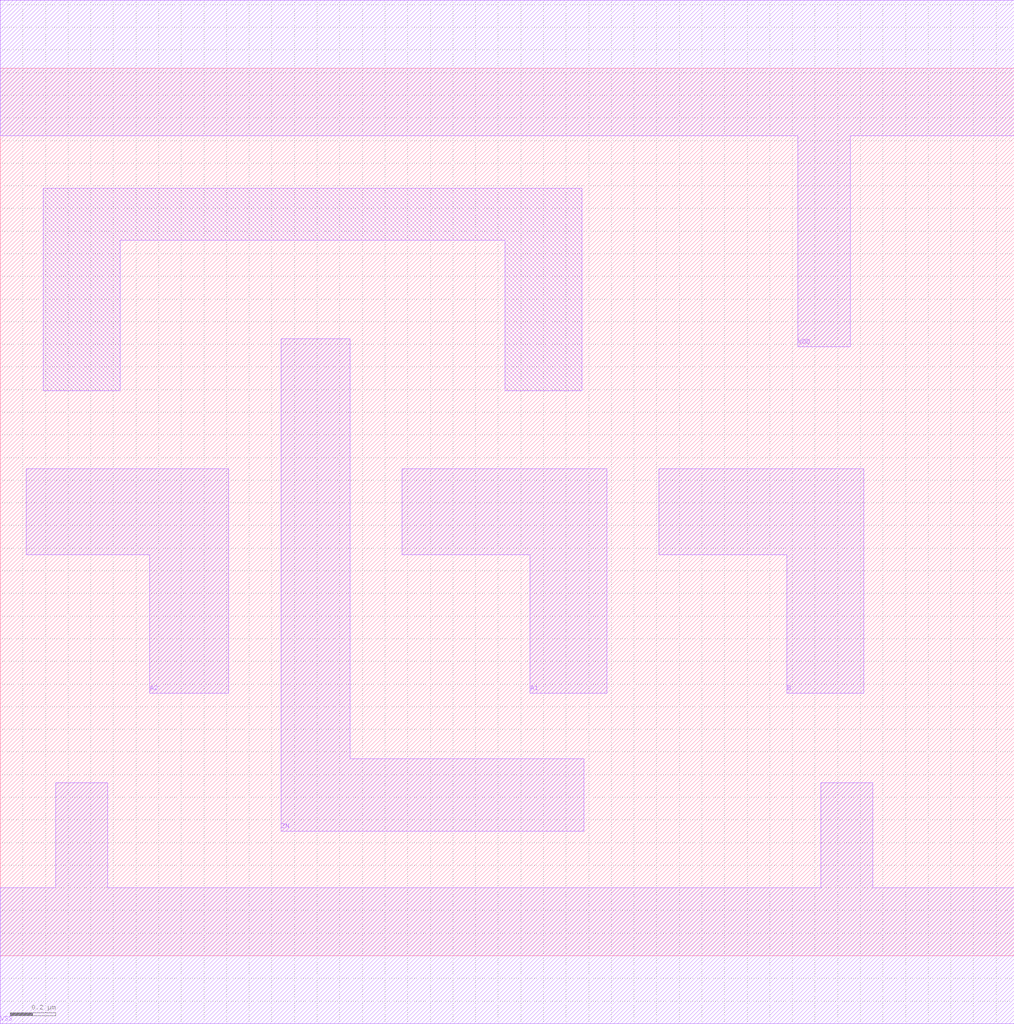
<source format=lef>
# Copyright 2022 GlobalFoundries PDK Authors
#
# Licensed under the Apache License, Version 2.0 (the "License");
# you may not use this file except in compliance with the License.
# You may obtain a copy of the License at
#
#      http://www.apache.org/licenses/LICENSE-2.0
#
# Unless required by applicable law or agreed to in writing, software
# distributed under the License is distributed on an "AS IS" BASIS,
# WITHOUT WARRANTIES OR CONDITIONS OF ANY KIND, either express or implied.
# See the License for the specific language governing permissions and
# limitations under the License.

MACRO gf180mcu_fd_sc_mcu7t5v0__aoi21_1
  CLASS core ;
  FOREIGN gf180mcu_fd_sc_mcu7t5v0__aoi21_1 0.0 0.0 ;
  ORIGIN 0 0 ;
  SYMMETRY X Y ;
  SITE GF018hv5v_mcu_sc7 ;
  SIZE 4.48 BY 3.92 ;
  PIN A1
    DIRECTION INPUT ;
    ANTENNAGATEAREA 1.0995 ;
    PORT
      LAYER Metal1 ;
        POLYGON 1.775 1.77 2.34 1.77 2.34 1.16 2.68 1.16 2.68 2.15 1.775 2.15  ;
    END
  END A1
  PIN A2
    DIRECTION INPUT ;
    ANTENNAGATEAREA 1.0995 ;
    PORT
      LAYER Metal1 ;
        POLYGON 0.115 1.77 0.66 1.77 0.66 1.16 1.01 1.16 1.01 2.15 0.115 2.15  ;
    END
  END A2
  PIN B
    DIRECTION INPUT ;
    ANTENNAGATEAREA 0.9135 ;
    PORT
      LAYER Metal1 ;
        POLYGON 2.91 1.77 3.475 1.77 3.475 1.16 3.815 1.16 3.815 2.15 2.91 2.15  ;
    END
  END B
  PIN ZN
    DIRECTION OUTPUT ;
    ANTENNADIFFAREA 1.1456 ;
    PORT
      LAYER Metal1 ;
        POLYGON 1.24 0.55 2.58 0.55 2.58 0.87 1.545 0.87 1.545 2.725 1.24 2.725  ;
    END
  END ZN
  PIN VDD
    DIRECTION INOUT ;
    USE power ;
    SHAPE ABUTMENT ;
    PORT
      LAYER Metal1 ;
        POLYGON 0 3.62 2.57 3.62 3.525 3.62 3.525 2.69 3.755 2.69 3.755 3.62 4.48 3.62 4.48 4.22 2.57 4.22 0 4.22  ;
    END
  END VDD
  PIN VSS
    DIRECTION INOUT ;
    USE ground ;
    SHAPE ABUTMENT ;
    PORT
      LAYER Metal1 ;
        POLYGON 0 -0.3 4.48 -0.3 4.48 0.3 3.855 0.3 3.855 0.765 3.625 0.765 3.625 0.3 0.475 0.3 0.475 0.765 0.245 0.765 0.245 0.3 0 0.3  ;
    END
  END VSS
  OBS
      LAYER Metal1 ;
        POLYGON 0.19 2.495 0.53 2.495 0.53 3.16 2.23 3.16 2.23 2.495 2.57 2.495 2.57 3.39 0.19 3.39  ;
  END
END gf180mcu_fd_sc_mcu7t5v0__aoi21_1

</source>
